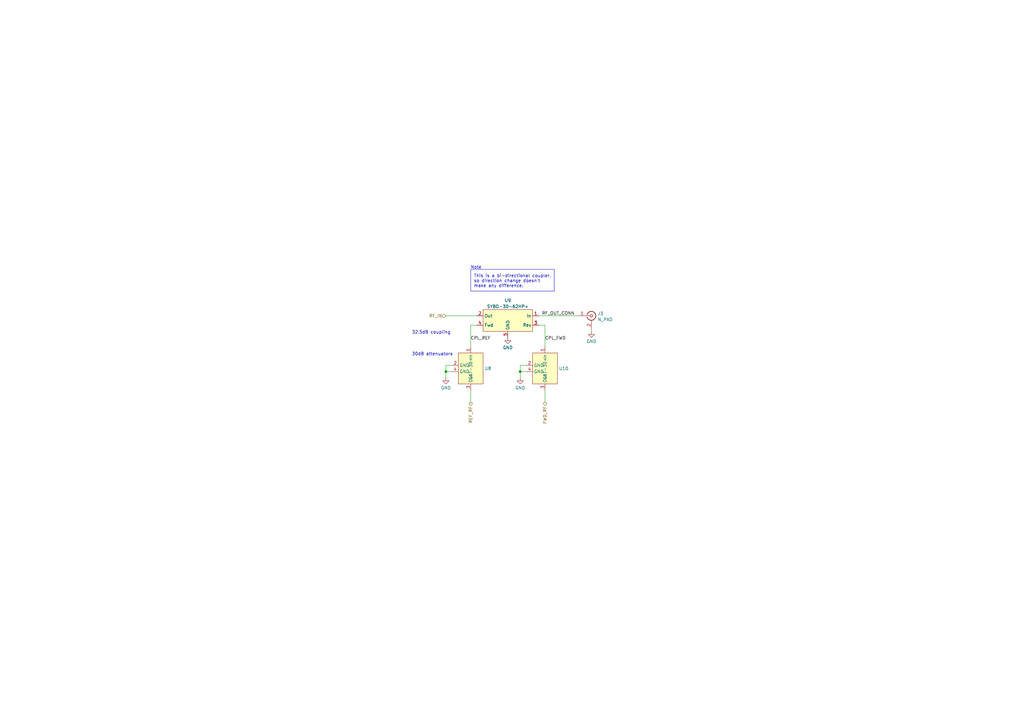
<source format=kicad_sch>
(kicad_sch (version 20230121) (generator eeschema)

  (uuid d0979cf5-bdcc-4449-8ff5-28bc90ec2f89)

  (paper "A3")

  (title_block
    (title "M17 Remote Radio Unit - RF board")
    (date "27-10-2023")
    (rev "A")
    (company "M17 Project")
    (comment 1 "Wojciech Kaczmarski, SP5WWP")
  )

  (lib_symbols
    (symbol "Connector:Conn_Coaxial" (pin_names (offset 1.016) hide) (in_bom yes) (on_board yes)
      (property "Reference" "J" (at 0.254 3.048 0)
        (effects (font (size 1.27 1.27)))
      )
      (property "Value" "Conn_Coaxial" (at 2.921 0 90)
        (effects (font (size 1.27 1.27)))
      )
      (property "Footprint" "" (at 0 0 0)
        (effects (font (size 1.27 1.27)) hide)
      )
      (property "Datasheet" " ~" (at 0 0 0)
        (effects (font (size 1.27 1.27)) hide)
      )
      (property "ki_keywords" "BNC SMA SMB SMC LEMO coaxial connector CINCH RCA" (at 0 0 0)
        (effects (font (size 1.27 1.27)) hide)
      )
      (property "ki_description" "coaxial connector (BNC, SMA, SMB, SMC, Cinch/RCA, LEMO, ...)" (at 0 0 0)
        (effects (font (size 1.27 1.27)) hide)
      )
      (property "ki_fp_filters" "*BNC* *SMA* *SMB* *SMC* *Cinch* *LEMO*" (at 0 0 0)
        (effects (font (size 1.27 1.27)) hide)
      )
      (symbol "Conn_Coaxial_0_1"
        (arc (start -1.778 -0.508) (mid 0.2311 -1.8066) (end 1.778 0)
          (stroke (width 0.254) (type default))
          (fill (type none))
        )
        (polyline
          (pts
            (xy -2.54 0)
            (xy -0.508 0)
          )
          (stroke (width 0) (type default))
          (fill (type none))
        )
        (polyline
          (pts
            (xy 0 -2.54)
            (xy 0 -1.778)
          )
          (stroke (width 0) (type default))
          (fill (type none))
        )
        (circle (center 0 0) (radius 0.508)
          (stroke (width 0.2032) (type default))
          (fill (type none))
        )
        (arc (start 1.778 0) (mid 0.2099 1.8101) (end -1.778 0.508)
          (stroke (width 0.254) (type default))
          (fill (type none))
        )
      )
      (symbol "Conn_Coaxial_1_1"
        (pin passive line (at -5.08 0 0) (length 2.54)
          (name "In" (effects (font (size 1.27 1.27))))
          (number "1" (effects (font (size 1.27 1.27))))
        )
        (pin passive line (at 0 -5.08 90) (length 2.54)
          (name "Ext" (effects (font (size 1.27 1.27))))
          (number "2" (effects (font (size 1.27 1.27))))
        )
      )
    )
    (symbol "Parts:GAT-30+" (in_bom yes) (on_board yes)
      (property "Reference" "U" (at -5.715 6.35 0)
        (effects (font (size 1.27 1.27)))
      )
      (property "Value" "" (at 0 0 0)
        (effects (font (size 1.27 1.27)))
      )
      (property "Footprint" "" (at 0 0 0)
        (effects (font (size 1.27 1.27)) hide)
      )
      (property "Datasheet" "" (at 0 0 0)
        (effects (font (size 1.27 1.27)) hide)
      )
      (symbol "GAT-30+_1_1"
        (rectangle (start -6.35 5.08) (end 6.35 -5.08)
          (stroke (width 0) (type default))
          (fill (type background))
        )
        (pin input line (at -8.89 0 0) (length 2.54)
          (name "In" (effects (font (size 1.27 1.27))))
          (number "1" (effects (font (size 1.27 1.27))))
        )
        (pin passive line (at -1.27 -7.62 90) (length 2.54)
          (name "GND" (effects (font (size 1.27 1.27))))
          (number "2" (effects (font (size 1.27 1.27))))
        )
        (pin output line (at 8.89 0 180) (length 2.54)
          (name "Out" (effects (font (size 1.27 1.27))))
          (number "3" (effects (font (size 1.27 1.27))))
        )
        (pin passive line (at 1.27 -7.62 90) (length 2.54)
          (name "GND" (effects (font (size 1.27 1.27))))
          (number "4" (effects (font (size 1.27 1.27))))
        )
      )
    )
    (symbol "Parts:SYBD-30-62HP+" (in_bom yes) (on_board yes)
      (property "Reference" "U" (at -9.525 1.27 0)
        (effects (font (size 1.27 1.27)))
      )
      (property "Value" "" (at 0 0 0)
        (effects (font (size 1.27 1.27)))
      )
      (property "Footprint" "" (at 0 0 0)
        (effects (font (size 1.27 1.27)) hide)
      )
      (property "Datasheet" "" (at 0 0 0)
        (effects (font (size 1.27 1.27)) hide)
      )
      (symbol "SYBD-30-62HP+_1_1"
        (rectangle (start -10.16 0) (end 10.16 -8.89)
          (stroke (width 0) (type default))
          (fill (type background))
        )
        (pin input line (at -12.7 -2.54 0) (length 2.54)
          (name "In" (effects (font (size 1.27 1.27))))
          (number "1" (effects (font (size 1.27 1.27))))
        )
        (pin output line (at 12.7 -2.54 180) (length 2.54)
          (name "Out" (effects (font (size 1.27 1.27))))
          (number "2" (effects (font (size 1.27 1.27))))
        )
        (pin output line (at -12.7 -6.35 0) (length 2.54)
          (name "Rev" (effects (font (size 1.27 1.27))))
          (number "3" (effects (font (size 1.27 1.27))))
        )
        (pin output line (at 12.7 -6.35 180) (length 2.54)
          (name "Fwd" (effects (font (size 1.27 1.27))))
          (number "4" (effects (font (size 1.27 1.27))))
        )
        (pin passive line (at 0 -11.43 90) (length 2.54)
          (name "GND" (effects (font (size 1.27 1.27))))
          (number "5" (effects (font (size 1.27 1.27))))
        )
      )
    )
    (symbol "power:GND" (power) (pin_names (offset 0)) (in_bom yes) (on_board yes)
      (property "Reference" "#PWR" (at 0 -6.35 0)
        (effects (font (size 1.27 1.27)) hide)
      )
      (property "Value" "GND" (at 0 -3.81 0)
        (effects (font (size 1.27 1.27)))
      )
      (property "Footprint" "" (at 0 0 0)
        (effects (font (size 1.27 1.27)) hide)
      )
      (property "Datasheet" "" (at 0 0 0)
        (effects (font (size 1.27 1.27)) hide)
      )
      (property "ki_keywords" "global power" (at 0 0 0)
        (effects (font (size 1.27 1.27)) hide)
      )
      (property "ki_description" "Power symbol creates a global label with name \"GND\" , ground" (at 0 0 0)
        (effects (font (size 1.27 1.27)) hide)
      )
      (symbol "GND_0_1"
        (polyline
          (pts
            (xy 0 0)
            (xy 0 -1.27)
            (xy 1.27 -1.27)
            (xy 0 -2.54)
            (xy -1.27 -1.27)
            (xy 0 -1.27)
          )
          (stroke (width 0) (type default))
          (fill (type none))
        )
      )
      (symbol "GND_1_1"
        (pin power_in line (at 0 0 270) (length 0) hide
          (name "GND" (effects (font (size 1.27 1.27))))
          (number "1" (effects (font (size 1.27 1.27))))
        )
      )
    )
  )

  (junction (at 182.88 152.4) (diameter 0) (color 0 0 0 0)
    (uuid 9338ba49-e8e4-46ac-9916-965f068dba2c)
  )
  (junction (at 213.36 152.4) (diameter 0) (color 0 0 0 0)
    (uuid ebeb9df5-78da-4135-9342-f8262db7cef7)
  )

  (wire (pts (xy 220.98 133.35) (xy 223.52 133.35))
    (stroke (width 0) (type default))
    (uuid 08cfe19e-92d6-4b28-a01e-54dabcc1cd33)
  )
  (wire (pts (xy 182.88 152.4) (xy 185.42 152.4))
    (stroke (width 0) (type default))
    (uuid 0bf668c7-0816-4d2a-ac39-4f4231b41761)
  )
  (wire (pts (xy 193.04 133.35) (xy 195.58 133.35))
    (stroke (width 0) (type default))
    (uuid 14568c5d-98b9-4897-b9a2-f7cd60cff9a8)
  )
  (wire (pts (xy 182.88 152.4) (xy 182.88 154.94))
    (stroke (width 0) (type default))
    (uuid 1edb215b-9428-481d-95d3-a3f0d667b440)
  )
  (wire (pts (xy 213.36 152.4) (xy 215.9 152.4))
    (stroke (width 0) (type default))
    (uuid 356fb954-2294-40f8-b99b-cf1781af61f1)
  )
  (wire (pts (xy 213.36 149.86) (xy 213.36 152.4))
    (stroke (width 0) (type default))
    (uuid 38acdf29-d63d-4c1f-9174-d83528dab554)
  )
  (wire (pts (xy 223.52 133.35) (xy 223.52 142.24))
    (stroke (width 0) (type default))
    (uuid 50ed779a-48ac-41b4-99f5-fec198a6db2c)
  )
  (wire (pts (xy 182.88 129.54) (xy 195.58 129.54))
    (stroke (width 0) (type default))
    (uuid 515ac4fd-c2c2-42d4-8b43-bcd4815d3a38)
  )
  (wire (pts (xy 193.04 133.35) (xy 193.04 142.24))
    (stroke (width 0) (type default))
    (uuid 78d23ed2-2f00-4ff0-96c0-32599356054d)
  )
  (wire (pts (xy 193.04 160.02) (xy 193.04 165.1))
    (stroke (width 0) (type default))
    (uuid 89b69370-94ad-46d3-bc32-99ac306af8da)
  )
  (wire (pts (xy 213.36 152.4) (xy 213.36 154.94))
    (stroke (width 0) (type default))
    (uuid 925af83d-73aa-4b3c-941a-29790a55c25b)
  )
  (wire (pts (xy 185.42 149.86) (xy 182.88 149.86))
    (stroke (width 0) (type default))
    (uuid c76e702f-33a5-40f7-9ba5-64dc97e7b7ac)
  )
  (wire (pts (xy 215.9 149.86) (xy 213.36 149.86))
    (stroke (width 0) (type default))
    (uuid ccbe3a64-d7fe-4555-b10f-29a53b5a6123)
  )
  (wire (pts (xy 223.52 160.02) (xy 223.52 165.1))
    (stroke (width 0) (type default))
    (uuid cead1ce0-d845-4a65-af86-071260851365)
  )
  (wire (pts (xy 182.88 149.86) (xy 182.88 152.4))
    (stroke (width 0) (type default))
    (uuid da791081-9715-4c67-bca1-d790da878d6a)
  )
  (wire (pts (xy 242.57 134.62) (xy 242.57 135.89))
    (stroke (width 0) (type default))
    (uuid dd30a4d6-b933-4781-a414-8a50e8a1c647)
  )
  (wire (pts (xy 220.98 129.54) (xy 237.49 129.54))
    (stroke (width 0) (type default))
    (uuid e4466073-e678-4a01-b017-db85a93c2b74)
  )

  (rectangle (start 193.04 110.49) (end 227.33 119.38)
    (stroke (width 0) (type default))
    (fill (type none))
    (uuid a273181d-b446-49ad-b8d3-3c1683cfc5a4)
  )

  (text "Note" (at 193.04 110.49 0)
    (effects (font (size 1.27 1.27)) (justify left bottom))
    (uuid 35f82b31-0b36-48d8-9426-4a9d11cb6b2e)
  )
  (text "30dB attenuators" (at 168.91 146.05 0)
    (effects (font (size 1.27 1.27)) (justify left bottom))
    (uuid 878238af-85a5-4d0a-8b32-7a507d509aee)
  )
  (text "This is a bi-directional coupler,\nso direction change doesn't\nmake any difference."
    (at 194.31 118.11 0)
    (effects (font (size 1.27 1.27)) (justify left bottom))
    (uuid aa815bef-7120-424a-bf06-c095ad8f4a33)
  )
  (text "32.5dB coupling" (at 168.91 137.16 0)
    (effects (font (size 1.27 1.27)) (justify left bottom))
    (uuid dcef756a-194d-45d9-88ab-0b76c41bdd84)
  )

  (label "RF_OUT_CONN" (at 222.25 129.54 0) (fields_autoplaced)
    (effects (font (size 1.27 1.27)) (justify left bottom))
    (uuid 511f3503-8804-4d8b-a2b2-bacc00c14dc0)
  )
  (label "CPL_REF" (at 193.04 139.7 0) (fields_autoplaced)
    (effects (font (size 1.27 1.27)) (justify left bottom))
    (uuid 727f1f3c-e25a-4ab6-a556-9d88050ee962)
  )
  (label "CPL_FWD" (at 223.52 139.7 0) (fields_autoplaced)
    (effects (font (size 1.27 1.27)) (justify left bottom))
    (uuid 7303bcb3-9882-4a7b-92b2-3688684ee8d5)
  )

  (hierarchical_label "REF_RF" (shape output) (at 193.04 165.1 270) (fields_autoplaced)
    (effects (font (size 1.27 1.27)) (justify right))
    (uuid 4b2094dd-07b6-41a3-a062-b7cb86eb918d)
  )
  (hierarchical_label "RF_IN" (shape input) (at 182.88 129.54 180) (fields_autoplaced)
    (effects (font (size 1.27 1.27)) (justify right))
    (uuid 99ba1f10-cf31-4e92-93bc-b6eddce5d409)
  )
  (hierarchical_label "FWD_RF" (shape output) (at 223.52 165.1 270) (fields_autoplaced)
    (effects (font (size 1.27 1.27)) (justify right))
    (uuid f64612fc-d318-42e4-9ee5-f95e551651d0)
  )

  (symbol (lib_id "power:GND") (at 182.88 154.94 0) (unit 1)
    (in_bom yes) (on_board yes) (dnp no) (fields_autoplaced)
    (uuid 0ad94606-98ae-454e-b039-909f024aaa12)
    (property "Reference" "#PWR056" (at 182.88 161.29 0)
      (effects (font (size 1.27 1.27)) hide)
    )
    (property "Value" "GND" (at 182.88 159.0731 0)
      (effects (font (size 1.27 1.27)))
    )
    (property "Footprint" "" (at 182.88 154.94 0)
      (effects (font (size 1.27 1.27)) hide)
    )
    (property "Datasheet" "" (at 182.88 154.94 0)
      (effects (font (size 1.27 1.27)) hide)
    )
    (pin "1" (uuid 2034ba18-f305-42f7-baf1-dfd297212cd1))
    (instances
      (project "m17-rru-rf"
        (path "/4c42207c-9e6b-42da-ad38-da126b892014/59b2721c-5b8a-4fc3-bf5e-590dec787afb"
          (reference "#PWR056") (unit 1)
        )
      )
    )
  )

  (symbol (lib_id "power:GND") (at 242.57 135.89 0) (unit 1)
    (in_bom yes) (on_board yes) (dnp no) (fields_autoplaced)
    (uuid 0edd1761-0dc8-4a0c-b7d6-8a604b7e8817)
    (property "Reference" "#PWR059" (at 242.57 142.24 0)
      (effects (font (size 1.27 1.27)) hide)
    )
    (property "Value" "GND" (at 242.57 140.0231 0)
      (effects (font (size 1.27 1.27)))
    )
    (property "Footprint" "" (at 242.57 135.89 0)
      (effects (font (size 1.27 1.27)) hide)
    )
    (property "Datasheet" "" (at 242.57 135.89 0)
      (effects (font (size 1.27 1.27)) hide)
    )
    (pin "1" (uuid fdca6c03-4423-4b1f-bbd6-763608f07a18))
    (instances
      (project "m17-rru-rf"
        (path "/4c42207c-9e6b-42da-ad38-da126b892014/59b2721c-5b8a-4fc3-bf5e-590dec787afb"
          (reference "#PWR059") (unit 1)
        )
      )
    )
  )

  (symbol (lib_id "Parts:GAT-30+") (at 223.52 151.13 270) (unit 1)
    (in_bom yes) (on_board yes) (dnp no) (fields_autoplaced)
    (uuid 212e825b-d510-4b54-addd-caa741393e5c)
    (property "Reference" "U10" (at 229.235 151.13 90)
      (effects (font (size 1.27 1.27)) (justify left))
    )
    (property "Value" "GAT-30+" (at 223.52 151.13 0)
      (effects (font (size 1.27 1.27)))
    )
    (property "Footprint" "Parts:GAT-30_LAND" (at 223.52 151.13 0)
      (effects (font (size 1.27 1.27)) hide)
    )
    (property "Datasheet" "" (at 223.52 151.13 0)
      (effects (font (size 1.27 1.27)) hide)
    )
    (property "PN" "-" (at 223.52 151.13 0)
      (effects (font (size 1.27 1.27)) hide)
    )
    (pin "1" (uuid 5adb7301-b0b0-4b2d-811d-0fedba5903f1))
    (pin "2" (uuid 62b9aebd-8890-4e50-abec-019b8485b48d))
    (pin "3" (uuid abe6c916-e0c4-4a7b-9dd0-c3ce929af44c))
    (pin "4" (uuid f23f6b3f-724f-4637-abae-a29e3a471ca2))
    (instances
      (project "m17-rru-rf"
        (path "/4c42207c-9e6b-42da-ad38-da126b892014/59b2721c-5b8a-4fc3-bf5e-590dec787afb"
          (reference "U10") (unit 1)
        )
      )
    )
  )

  (symbol (lib_id "Connector:Conn_Coaxial") (at 242.57 129.54 0) (unit 1)
    (in_bom yes) (on_board yes) (dnp no) (fields_autoplaced)
    (uuid 22e7c869-b561-4f51-a7cd-6d63ee0c3bca)
    (property "Reference" "J3" (at 245.1101 128.6211 0)
      (effects (font (size 1.27 1.27)) (justify left))
    )
    (property "Value" "N_PAD" (at 245.1101 131.0453 0)
      (effects (font (size 1.27 1.27)) (justify left))
    )
    (property "Footprint" "Connector_Coaxial:SMA_Samtec_SMA-J-P-X-ST-EM1_EdgeMount" (at 242.57 129.54 0)
      (effects (font (size 1.27 1.27)) hide)
    )
    (property "Datasheet" " ~" (at 242.57 129.54 0)
      (effects (font (size 1.27 1.27)) hide)
    )
    (property "PN" "-" (at 242.57 129.54 0)
      (effects (font (size 1.27 1.27)) hide)
    )
    (pin "1" (uuid 2b225925-d1ec-4e21-95c2-e5490b500313))
    (pin "2" (uuid 8e4ba96d-413d-4165-9c80-c5c83925458b))
    (instances
      (project "m17-rru-rf"
        (path "/4c42207c-9e6b-42da-ad38-da126b892014/59b2721c-5b8a-4fc3-bf5e-590dec787afb"
          (reference "J3") (unit 1)
        )
      )
    )
  )

  (symbol (lib_id "Parts:GAT-30+") (at 193.04 151.13 270) (unit 1)
    (in_bom yes) (on_board yes) (dnp no) (fields_autoplaced)
    (uuid 3a044316-c859-4aab-8197-42eaf0b8d94c)
    (property "Reference" "U8" (at 198.755 151.13 90)
      (effects (font (size 1.27 1.27)) (justify left))
    )
    (property "Value" "GAT-30+" (at 193.04 151.13 0)
      (effects (font (size 1.27 1.27)))
    )
    (property "Footprint" "Parts:GAT-30_LAND" (at 193.04 151.13 0)
      (effects (font (size 1.27 1.27)) hide)
    )
    (property "Datasheet" "" (at 193.04 151.13 0)
      (effects (font (size 1.27 1.27)) hide)
    )
    (property "PN" "-" (at 193.04 151.13 0)
      (effects (font (size 1.27 1.27)) hide)
    )
    (pin "1" (uuid cea0db81-e1b4-43b0-9bd4-85d855e6aa3c))
    (pin "2" (uuid fab6969e-e661-4535-ba72-dc40a8f881be))
    (pin "3" (uuid e93219f9-417a-455f-9af7-1e7a77a9a2ff))
    (pin "4" (uuid 4f100706-eb7a-418c-8fbf-7a4af7ad1160))
    (instances
      (project "m17-rru-rf"
        (path "/4c42207c-9e6b-42da-ad38-da126b892014/59b2721c-5b8a-4fc3-bf5e-590dec787afb"
          (reference "U8") (unit 1)
        )
      )
    )
  )

  (symbol (lib_id "Parts:SYBD-30-62HP+") (at 208.28 127 0) (mirror y) (unit 1)
    (in_bom yes) (on_board yes) (dnp no)
    (uuid 81967f49-45d9-4753-ae2e-816e2ac8ffbf)
    (property "Reference" "U9" (at 208.28 123.19 0)
      (effects (font (size 1.27 1.27)))
    )
    (property "Value" "SYBD-30-62HP+" (at 208.28 125.73 0)
      (effects (font (size 1.27 1.27)))
    )
    (property "Footprint" "Parts:SYBD-30_LAND" (at 208.28 127 0)
      (effects (font (size 1.27 1.27)) hide)
    )
    (property "Datasheet" "" (at 208.28 127 0)
      (effects (font (size 1.27 1.27)) hide)
    )
    (property "PN" "-" (at 208.28 127 0)
      (effects (font (size 1.27 1.27)) hide)
    )
    (pin "1" (uuid 4a91c006-9bf8-4111-8705-855a317f5431))
    (pin "2" (uuid c119c59e-6530-415b-86ca-69a4c3da1e3f))
    (pin "3" (uuid d507f488-f4d2-4776-98ff-a6234afb76eb))
    (pin "4" (uuid dccd7405-eb28-4ef0-9d1a-a57657851ee8))
    (pin "5" (uuid 5a5cc9dd-1ce1-477b-acf3-96f54cbb24ae))
    (instances
      (project "m17-rru-rf"
        (path "/4c42207c-9e6b-42da-ad38-da126b892014/59b2721c-5b8a-4fc3-bf5e-590dec787afb"
          (reference "U9") (unit 1)
        )
      )
    )
  )

  (symbol (lib_id "power:GND") (at 208.28 138.43 0) (unit 1)
    (in_bom yes) (on_board yes) (dnp no) (fields_autoplaced)
    (uuid 855c22ea-22cb-466e-80d9-ddacc1782a16)
    (property "Reference" "#PWR057" (at 208.28 144.78 0)
      (effects (font (size 1.27 1.27)) hide)
    )
    (property "Value" "GND" (at 208.28 142.5631 0)
      (effects (font (size 1.27 1.27)))
    )
    (property "Footprint" "" (at 208.28 138.43 0)
      (effects (font (size 1.27 1.27)) hide)
    )
    (property "Datasheet" "" (at 208.28 138.43 0)
      (effects (font (size 1.27 1.27)) hide)
    )
    (pin "1" (uuid c78bcb66-5b8e-4913-9232-b6efddf84643))
    (instances
      (project "m17-rru-rf"
        (path "/4c42207c-9e6b-42da-ad38-da126b892014/59b2721c-5b8a-4fc3-bf5e-590dec787afb"
          (reference "#PWR057") (unit 1)
        )
      )
    )
  )

  (symbol (lib_id "power:GND") (at 213.36 154.94 0) (unit 1)
    (in_bom yes) (on_board yes) (dnp no) (fields_autoplaced)
    (uuid cd40a2c8-addb-4a91-832b-8f5a55ef8cd5)
    (property "Reference" "#PWR058" (at 213.36 161.29 0)
      (effects (font (size 1.27 1.27)) hide)
    )
    (property "Value" "GND" (at 213.36 159.0731 0)
      (effects (font (size 1.27 1.27)))
    )
    (property "Footprint" "" (at 213.36 154.94 0)
      (effects (font (size 1.27 1.27)) hide)
    )
    (property "Datasheet" "" (at 213.36 154.94 0)
      (effects (font (size 1.27 1.27)) hide)
    )
    (pin "1" (uuid 85e0d086-01e5-4d15-8437-43f01041d2f9))
    (instances
      (project "m17-rru-rf"
        (path "/4c42207c-9e6b-42da-ad38-da126b892014/59b2721c-5b8a-4fc3-bf5e-590dec787afb"
          (reference "#PWR058") (unit 1)
        )
      )
    )
  )
)

</source>
